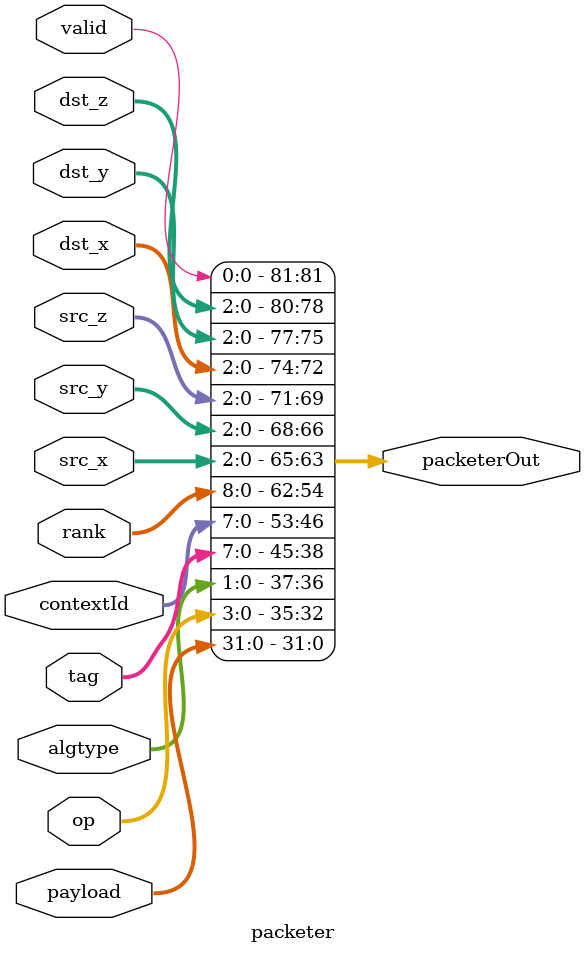
<source format=v>
`timescale 1ns / 1ns

/*
	*| 81  |80-78|77-75|74-72|71-69|68-66|65-63|62-54|  53-46  |45-38| 37-36 |35-32| 31-0  |     	
	*|valid|dst_z|dst_y|dst_x|src_z|src_y|src_x|rank |contextId| tag |algtype| op  |payload|
 
inside the fifo
	
	*| 84-82  | 81  |80-78|77-75|74-72|71-69|68-66|65-63|62-54|  53-46  |45-38| 37-36 |35-32| 31-0  |   	
	*|children|valid|dst_z|dst_y|dst_x|src_z|src_y|src_x|rank |contextId| tag |algtype| op  |payload|

//reduction table entry 
 
	*|   90  |     89     |  88-85  | 84-82  | 81  |80-78|77-75|74-72|71-69|68-66|65-63|62-54|  53-46  |45-38| 37-36 |35-32| 31-0  |      	
	*|LeafBit|ExtraWaitBit|waitcount|children|valid|dst_z|dst_y|dst_x|src_z|src_y|src_x|rank |contextId| tag |algtype| op  |payload|
	
//leaf bit is for if the operation's children count == 0, because then the input is also the output 
//extra bit/counting down is 1 if the wait count was ever set to the proper latency
/////////////////////////////////////////////////////////////////////////////////*/

module packeter(packeterOut, payload, op, algtype, tag, contextId, rank, src_x, src_y, src_z, dst_x, dst_y, dst_z, valid);

//////////////////////////////////////////
//current rank, root, and world size
parameter cur_rank = 9'b0;
parameter root = 9'b0;
parameter rank_z = 3'b0;
parameter rank_y = 3'b0;
parameter rank_x = 3'b0;
parameter root_z = 3'b0;
parameter root_y = 3'b0;
parameter root_x = 3'b0;

parameter lg_numprocs = 3;
parameter num_procs = 1 << lg_numprocs;

///////////////////////////////////////////
//packet structure
parameter PayloadWidth=32;
parameter opPos = PayloadWidth;
parameter opWidth = 4;
parameter AlgTypePos = opPos+opWidth;
parameter AlgTypeWidth = 2;
parameter TagPos=AlgTypePos+AlgTypeWidth;
parameter TagWidth = 8;
parameter ContextIdPos = TagPos+TagWidth;
parameter ContextIdWidth = 8;
parameter RankPos = ContextIdPos + ContextIdWidth;
parameter RankWidth = 9;
parameter Src_XPos = RankPos+RankWidth;
parameter Src_XWidth = 3;
parameter Src_YPos = Src_XPos+Src_XWidth;
parameter Src_YWidth = 3;
parameter Src_ZPos = Src_YPos+Src_YWidth;
parameter Src_ZWidth = 3;
parameter Dst_XPos = Src_ZPos+Src_ZWidth;
parameter Dst_XWidth = 3;
parameter Dst_YPos = Dst_XPos+Dst_XWidth;
parameter Dst_YWidth = 3;
parameter Dst_ZPos = Dst_YPos+Dst_YWidth;
parameter Dst_ZWidth = 3;
parameter SrcPos = Src_XPos;
parameter SrcWidth = Src_XWidth+Src_YWidth+Src_ZWidth;
parameter DstPos = Dst_XPos;
parameter DstWidth = Dst_XWidth+Dst_YWidth+Dst_ZWidth;
parameter ValidBitPos = Dst_ZPos+Dst_ZWidth;
parameter FlitWidth = ValidBitPos + 1;


/////////////////////////////////////////
//children and countdown
parameter ChildrenPos=ValidBitPos+1;
parameter ChildrenWidth=lg_numprocs;
parameter WaitPos = ChildrenPos+ChildrenWidth;
parameter WaitWidth = 4;
parameter ExtraWaitPos=WaitPos+WaitWidth;
parameter LeafBitPos=ExtraWaitPos+1;

 
//////////////////////////////////////////
//reduce unit table and adder
parameter ReductionTableWidth = LeafBitPos+1;
parameter ReductionTableSize = 2;
parameter AdderLatency = 14;
parameter ReductionBitPos=opPos+opWidth-1;


///////////////////////////////////////
//fifo
parameter fifo_lg_size = 12;
parameter FifoSize = 1<<fifo_lg_size;

/////////////////////////////////////
//communicator table
parameter CommTableWidth = (lg_numprocs+2)*DstWidth + lg_numprocs*2+2;
parameter CommTableSize = 4;
parameter lgCommSizePos = lg_numprocs*DstWidth;
parameter CommChildrenPos = lgCommSizePos+lg_numprocs+1;
parameter LocalRankPos = CommChildrenPos + lg_numprocs;
parameter NewCommWidth = CommTableWidth+ContextIdWidth;

////////////////////////////////////
//algorithmic opcodes
parameter Scan = 4'b0011;
parameter AlltoAll = 4'b0100;
parameter LargeBcast = 4'b0101;
parameter MediumBcast = 4'b0110;
parameter ShortBcast = 4'b0111;
parameter Scatter = 4'b1000;
parameter LargeAllGather = 4'b1001;
parameter ShortAllGather = 4'b1010;
parameter Gather = 4'b1011;
parameter ShortReduce = 4'b1100;
parameter LargeReduce = 4'b1101;
parameter ShortAllReduce = 4'b1110;
parameter LargeAllReduce = 4'b1111;

////////////////////////////////////

input [PayloadWidth-1:0]payload;
input [opWidth-1:0] op;
input [AlgTypeWidth-1:0] algtype;
input [TagWidth-1:0] tag;
input [ContextIdWidth-1:0] contextId;
input [DstWidth-1:0]rank;
input [Src_XWidth-1:0] src_x, src_y, src_z;
input [Dst_XWidth-1:0] dst_x, dst_y, dst_z;
input valid;
output [FlitWidth-1:0]packeterOut;


assign packeterOut[PayloadWidth-1:0] = payload;
assign packeterOut[opPos+opWidth-1:opPos] = op;
assign packeterOut[AlgTypePos+AlgTypeWidth-1:AlgTypePos] = algtype;
assign packeterOut[TagPos+TagWidth-1:TagPos] = tag;
assign packeterOut[ContextIdPos+ContextIdWidth-1:ContextIdPos] = contextId;
assign packeterOut[RankPos+RankWidth-1:RankPos] = rank;
assign packeterOut[Src_XPos+Src_XWidth-1:Src_XPos] = src_x;
assign packeterOut[Src_YPos+Src_YWidth-1:Src_YPos] = src_y;
assign packeterOut[Src_ZPos+Src_ZWidth-1:Src_ZPos] = src_z;
assign packeterOut[Dst_XPos+Dst_XWidth-1:Dst_XPos] = dst_x;
assign packeterOut[Dst_YPos+Dst_YWidth-1:Dst_YPos] = dst_y;
assign packeterOut[Dst_ZPos+Dst_ZWidth-1:Dst_ZPos] = dst_z;
assign packeterOut[ValidBitPos] = valid;


endmodule


</source>
